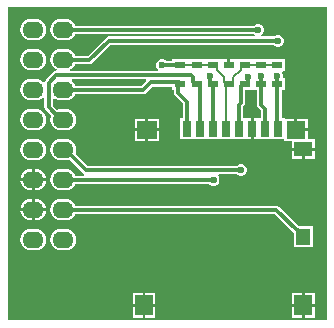
<source format=gtl>
G04*
G04 #@! TF.GenerationSoftware,Altium Limited,Altium Designer,23.5.1 (21)*
G04*
G04 Layer_Physical_Order=1*
G04 Layer_Color=255*
%FSLAX44Y44*%
%MOMM*%
G71*
G04*
G04 #@! TF.SameCoordinates,BAE598E1-DFF8-4769-8F25-E61B10B1D6D2*
G04*
G04*
G04 #@! TF.FilePolarity,Positive*
G04*
G01*
G75*
%ADD13R,1.5000X1.3000*%
%ADD14R,1.5000X1.7000*%
%ADD15R,1.2000X1.4000*%
%ADD16R,1.7000X1.5000*%
%ADD17R,1.6000X1.5000*%
%ADD18R,0.8000X1.4000*%
%ADD19R,0.9500X0.6000*%
%ADD28C,0.3000*%
%ADD29C,0.2000*%
%ADD30O,1.8000X1.4000*%
%ADD31C,0.6000*%
G36*
X272410Y2590D02*
X2590D01*
Y267410D01*
X272410D01*
Y2590D01*
D02*
G37*
%LPC*%
G36*
X26053Y257573D02*
X22053D01*
X19704Y257264D01*
X17514Y256357D01*
X15634Y254914D01*
X14192Y253034D01*
X13285Y250845D01*
X12975Y248496D01*
X13285Y246146D01*
X14192Y243957D01*
X15634Y242077D01*
X17514Y240634D01*
X19704Y239727D01*
X22053Y239418D01*
X26053D01*
X28403Y239727D01*
X30592Y240634D01*
X32472Y242077D01*
X33914Y243957D01*
X34821Y246146D01*
X35131Y248496D01*
X34821Y250845D01*
X33914Y253034D01*
X32472Y254914D01*
X30592Y256357D01*
X28403Y257264D01*
X26053Y257573D01*
D02*
G37*
G36*
X51453D02*
X47453D01*
X45104Y257264D01*
X42914Y256357D01*
X41034Y254914D01*
X39592Y253034D01*
X38685Y250845D01*
X38375Y248496D01*
X38685Y246146D01*
X39592Y243957D01*
X41034Y242077D01*
X42914Y240634D01*
X45104Y239727D01*
X47453Y239418D01*
X51453D01*
X53802Y239727D01*
X55992Y240634D01*
X57872Y242077D01*
X59314Y243957D01*
X59716Y244927D01*
X210753D01*
X211423Y244257D01*
X211829Y244089D01*
X211576Y242819D01*
X87750D01*
X86384Y242547D01*
X85227Y241773D01*
X70117Y226664D01*
X59716D01*
X59314Y227634D01*
X57872Y229514D01*
X55992Y230957D01*
X53802Y231864D01*
X51453Y232173D01*
X47453D01*
X45104Y231864D01*
X42914Y230957D01*
X41034Y229514D01*
X39592Y227634D01*
X38685Y225445D01*
X38375Y223095D01*
X38685Y220746D01*
X39592Y218557D01*
X41034Y216677D01*
X42914Y215234D01*
X43869Y214839D01*
X43616Y213569D01*
X43250D01*
X41884Y213297D01*
X40727Y212523D01*
X34430Y206226D01*
X33656Y205069D01*
X33591Y204742D01*
X33161Y204501D01*
X32211Y204314D01*
X30592Y205557D01*
X28403Y206464D01*
X26053Y206773D01*
X22053D01*
X19704Y206464D01*
X17514Y205557D01*
X15634Y204114D01*
X14192Y202234D01*
X13285Y200045D01*
X12975Y197696D01*
X13285Y195346D01*
X14192Y193157D01*
X15634Y191277D01*
X17514Y189834D01*
X19704Y188927D01*
X22053Y188618D01*
X26053D01*
X28403Y188927D01*
X30592Y189834D01*
X32115Y191002D01*
X33384Y190511D01*
Y182796D01*
X33656Y181430D01*
X34430Y180272D01*
X39087Y175615D01*
X38685Y174645D01*
X38375Y172295D01*
X38685Y169946D01*
X39592Y167757D01*
X41034Y165877D01*
X42914Y164434D01*
X45104Y163527D01*
X47453Y163218D01*
X51453D01*
X53802Y163527D01*
X55992Y164434D01*
X57872Y165877D01*
X59314Y167757D01*
X60221Y169946D01*
X60531Y172295D01*
X60221Y174645D01*
X59314Y176834D01*
X57872Y178714D01*
X55992Y180157D01*
X53802Y181064D01*
X51453Y181373D01*
X47453D01*
X45104Y181064D01*
X44133Y180662D01*
X40522Y184274D01*
Y190069D01*
X41792Y190695D01*
X42914Y189834D01*
X45104Y188927D01*
X47453Y188618D01*
X51453D01*
X53802Y188927D01*
X55992Y189834D01*
X57872Y191277D01*
X59314Y193157D01*
X59716Y194127D01*
X117196D01*
X118561Y194399D01*
X119719Y195172D01*
X124978Y200431D01*
X141750D01*
Y197500D01*
X143086D01*
Y195250D01*
X143358Y193884D01*
X144131Y192727D01*
X150681Y186176D01*
Y173750D01*
X148250D01*
Y155750D01*
X208000D01*
Y164750D01*
Y173750D01*
X201819D01*
Y183522D01*
X202523Y184227D01*
X203297Y185384D01*
X203569Y186750D01*
Y197500D01*
X208980D01*
X210000Y197500D01*
Y197500D01*
X210250D01*
Y197500D01*
X213431D01*
Y185001D01*
X213703Y183636D01*
X214477Y182478D01*
X216681Y180273D01*
Y173750D01*
X210500D01*
Y164750D01*
Y155750D01*
X236250D01*
Y154250D01*
X243250D01*
Y148500D01*
X252750D01*
X262250D01*
Y155750D01*
X256250D01*
Y162500D01*
X246250D01*
Y163750D01*
X245000D01*
Y173250D01*
X237250D01*
Y173750D01*
X234319D01*
Y197500D01*
X237500D01*
Y207500D01*
X236005D01*
X235500Y208256D01*
Y210245D01*
X234739Y212082D01*
X234591Y212230D01*
X235117Y213500D01*
X237500D01*
Y223500D01*
X224000D01*
Y223500D01*
X223750D01*
Y223500D01*
X210250D01*
Y223500D01*
X210000D01*
Y223500D01*
X197520D01*
X196500Y223500D01*
Y223500D01*
X196250D01*
Y223500D01*
X190750D01*
Y218500D01*
X188250D01*
Y223500D01*
X182750D01*
X182750Y223500D01*
X182710D01*
Y223500D01*
X181480Y223500D01*
X169210D01*
Y223500D01*
X169000D01*
Y223500D01*
X155500D01*
Y223500D01*
X155250D01*
Y223500D01*
X141750D01*
Y222069D01*
X136753D01*
X136082Y222739D01*
X134245Y223500D01*
X132255D01*
X130418Y222739D01*
X129011Y221332D01*
X128250Y219495D01*
Y217505D01*
X129011Y215668D01*
X129840Y214839D01*
X129314Y213569D01*
X55290D01*
X55037Y214839D01*
X55992Y215234D01*
X57872Y216677D01*
X59314Y218557D01*
X59716Y219527D01*
X71596D01*
X72961Y219799D01*
X74119Y220572D01*
X89228Y235681D01*
X227210D01*
X228418Y234474D01*
X230256Y233713D01*
X232245D01*
X234082Y234474D01*
X235489Y235881D01*
X236250Y237718D01*
Y239707D01*
X235489Y241545D01*
X234082Y242952D01*
X232245Y243713D01*
X230256D01*
X228418Y242952D01*
X228285Y242819D01*
X216934D01*
X216681Y244089D01*
X217087Y244257D01*
X218494Y245663D01*
X219255Y247501D01*
Y249490D01*
X218494Y251328D01*
X217087Y252734D01*
X215250Y253496D01*
X213260D01*
X211423Y252734D01*
X210753Y252064D01*
X59716D01*
X59314Y253034D01*
X57872Y254914D01*
X55992Y256357D01*
X53802Y257264D01*
X51453Y257573D01*
D02*
G37*
G36*
X26053Y232173D02*
X22053D01*
X19704Y231864D01*
X17514Y230957D01*
X15634Y229514D01*
X14192Y227634D01*
X13285Y225445D01*
X12975Y223095D01*
X13285Y220746D01*
X14192Y218557D01*
X15634Y216677D01*
X17514Y215234D01*
X19704Y214327D01*
X22053Y214018D01*
X26053D01*
X28403Y214327D01*
X30592Y215234D01*
X32472Y216677D01*
X33914Y218557D01*
X34821Y220746D01*
X35131Y223095D01*
X34821Y225445D01*
X33914Y227634D01*
X32472Y229514D01*
X30592Y230957D01*
X28403Y231864D01*
X26053Y232173D01*
D02*
G37*
G36*
X256250Y173250D02*
X247500D01*
Y165000D01*
X256250D01*
Y173250D01*
D02*
G37*
G36*
X130750D02*
X121500D01*
Y165000D01*
X130750D01*
Y173250D01*
D02*
G37*
G36*
X119000D02*
X109750D01*
Y165000D01*
X119000D01*
Y173250D01*
D02*
G37*
G36*
X26053Y181373D02*
X22053D01*
X19704Y181064D01*
X17514Y180157D01*
X15634Y178714D01*
X14192Y176834D01*
X13285Y174645D01*
X12975Y172295D01*
X13285Y169946D01*
X14192Y167757D01*
X15634Y165877D01*
X17514Y164434D01*
X19704Y163527D01*
X22053Y163218D01*
X26053D01*
X28403Y163527D01*
X30592Y164434D01*
X32472Y165877D01*
X33914Y167757D01*
X34821Y169946D01*
X35131Y172295D01*
X34821Y174645D01*
X33914Y176834D01*
X32472Y178714D01*
X30592Y180157D01*
X28403Y181064D01*
X26053Y181373D01*
D02*
G37*
G36*
X130750Y162500D02*
X121500D01*
Y154250D01*
X130750D01*
Y162500D01*
D02*
G37*
G36*
X119000D02*
X109750D01*
Y154250D01*
X119000D01*
Y162500D01*
D02*
G37*
G36*
X262250Y146000D02*
X254000D01*
Y138750D01*
X262250D01*
Y146000D01*
D02*
G37*
G36*
X251500D02*
X243250D01*
Y138750D01*
X251500D01*
Y146000D01*
D02*
G37*
G36*
X26053Y155973D02*
X22053D01*
X19704Y155664D01*
X17514Y154757D01*
X15634Y153314D01*
X14192Y151434D01*
X13285Y149245D01*
X12975Y146896D01*
X13285Y144546D01*
X14192Y142357D01*
X15634Y140477D01*
X17514Y139034D01*
X19704Y138127D01*
X22053Y137818D01*
X26053D01*
X28403Y138127D01*
X30592Y139034D01*
X32472Y140477D01*
X33914Y142357D01*
X34821Y144546D01*
X35131Y146896D01*
X34821Y149245D01*
X33914Y151434D01*
X32472Y153314D01*
X30592Y154757D01*
X28403Y155664D01*
X26053Y155973D01*
D02*
G37*
G36*
X51453D02*
X47453D01*
X45104Y155664D01*
X42914Y154757D01*
X41034Y153314D01*
X39592Y151434D01*
X38685Y149245D01*
X38375Y146896D01*
X38685Y144546D01*
X39592Y142357D01*
X41034Y140477D01*
X42914Y139034D01*
X45104Y138127D01*
X47453Y137818D01*
X51453D01*
X53802Y138127D01*
X54773Y138529D01*
X66325Y126977D01*
X67287Y126334D01*
X67225Y125483D01*
X67076Y125064D01*
X59716D01*
X59314Y126034D01*
X57872Y127914D01*
X55992Y129357D01*
X53802Y130264D01*
X51453Y130573D01*
X47453D01*
X45104Y130264D01*
X42914Y129357D01*
X41034Y127914D01*
X39592Y126034D01*
X38685Y123845D01*
X38375Y121496D01*
X38685Y119146D01*
X39592Y116957D01*
X41034Y115077D01*
X42914Y113634D01*
X45104Y112727D01*
X47453Y112418D01*
X51453D01*
X53802Y112727D01*
X55992Y113634D01*
X57872Y115077D01*
X59314Y116957D01*
X59716Y117927D01*
X173128D01*
X173798Y117257D01*
X175636Y116496D01*
X177625D01*
X179462Y117257D01*
X180869Y118663D01*
X181630Y120501D01*
Y122490D01*
X180869Y124328D01*
X180535Y124661D01*
X181061Y125931D01*
X196497D01*
X197168Y125261D01*
X199005Y124500D01*
X200994D01*
X202832Y125261D01*
X204239Y126668D01*
X205000Y128505D01*
Y130495D01*
X204239Y132332D01*
X202832Y133739D01*
X200994Y134500D01*
X199005D01*
X197168Y133739D01*
X196497Y133069D01*
X70327D01*
X59819Y143576D01*
X60221Y144546D01*
X60531Y146896D01*
X60221Y149245D01*
X59314Y151434D01*
X57872Y153314D01*
X55992Y154757D01*
X53802Y155664D01*
X51453Y155973D01*
D02*
G37*
G36*
X26053Y130573D02*
X25303D01*
Y122746D01*
X34966D01*
X34821Y123845D01*
X33914Y126034D01*
X32472Y127914D01*
X30592Y129357D01*
X28403Y130264D01*
X26053Y130573D01*
D02*
G37*
G36*
X22803D02*
X22053D01*
X19704Y130264D01*
X17514Y129357D01*
X15634Y127914D01*
X14192Y126034D01*
X13285Y123845D01*
X13140Y122746D01*
X22803D01*
Y130573D01*
D02*
G37*
G36*
X34966Y120246D02*
X25303D01*
Y112418D01*
X26053D01*
X28403Y112727D01*
X30592Y113634D01*
X32472Y115077D01*
X33914Y116957D01*
X34821Y119146D01*
X34966Y120246D01*
D02*
G37*
G36*
X22803D02*
X13140D01*
X13285Y119146D01*
X14192Y116957D01*
X15634Y115077D01*
X17514Y113634D01*
X19704Y112727D01*
X22053Y112418D01*
X22803D01*
Y120246D01*
D02*
G37*
G36*
X26053Y105173D02*
X25303D01*
Y97346D01*
X34966D01*
X34821Y98445D01*
X33914Y100634D01*
X32472Y102514D01*
X30592Y103957D01*
X28403Y104864D01*
X26053Y105173D01*
D02*
G37*
G36*
X22803D02*
X22053D01*
X19704Y104864D01*
X17514Y103957D01*
X15634Y102514D01*
X14192Y100634D01*
X13285Y98445D01*
X13140Y97346D01*
X22803D01*
Y105173D01*
D02*
G37*
G36*
X34966Y94846D02*
X25303D01*
Y87018D01*
X26053D01*
X28403Y87327D01*
X30592Y88234D01*
X32472Y89677D01*
X33914Y91557D01*
X34821Y93746D01*
X34966Y94846D01*
D02*
G37*
G36*
X22803D02*
X13140D01*
X13285Y93746D01*
X14192Y91557D01*
X15634Y89677D01*
X17514Y88234D01*
X19704Y87327D01*
X22053Y87018D01*
X22803D01*
Y94846D01*
D02*
G37*
G36*
X51453Y105173D02*
X47453D01*
X45104Y104864D01*
X42914Y103957D01*
X41034Y102514D01*
X39592Y100634D01*
X38685Y98445D01*
X38375Y96096D01*
X38685Y93746D01*
X39592Y91557D01*
X41034Y89677D01*
X42914Y88234D01*
X45104Y87327D01*
X47453Y87018D01*
X51453D01*
X53802Y87327D01*
X55992Y88234D01*
X57872Y89677D01*
X59314Y91557D01*
X59716Y92527D01*
X228426D01*
X244727Y76227D01*
X244750Y76211D01*
Y64250D01*
X260750D01*
Y82250D01*
X248797D01*
X232428Y98619D01*
X231270Y99392D01*
X229904Y99664D01*
X59716D01*
X59314Y100634D01*
X57872Y102514D01*
X55992Y103957D01*
X53802Y104864D01*
X51453Y105173D01*
D02*
G37*
G36*
Y79773D02*
X47453D01*
X45104Y79464D01*
X42914Y78557D01*
X41034Y77114D01*
X39592Y75234D01*
X38685Y73045D01*
X38375Y70696D01*
X38685Y68346D01*
X39592Y66157D01*
X41034Y64277D01*
X42914Y62834D01*
X45104Y61927D01*
X47453Y61618D01*
X51453D01*
X53802Y61927D01*
X55992Y62834D01*
X57872Y64277D01*
X59314Y66157D01*
X60221Y68346D01*
X60531Y70696D01*
X60221Y73045D01*
X59314Y75234D01*
X57872Y77114D01*
X55992Y78557D01*
X53802Y79464D01*
X51453Y79773D01*
D02*
G37*
G36*
X26053D02*
X22053D01*
X19704Y79464D01*
X17514Y78557D01*
X15634Y77114D01*
X14192Y75234D01*
X13285Y73045D01*
X12975Y70696D01*
X13285Y68346D01*
X14192Y66157D01*
X15634Y64277D01*
X17514Y62834D01*
X19704Y61927D01*
X22053Y61618D01*
X26053D01*
X28403Y61927D01*
X30592Y62834D01*
X32472Y64277D01*
X33914Y66157D01*
X34821Y68346D01*
X35131Y70696D01*
X34821Y73045D01*
X33914Y75234D01*
X32472Y77114D01*
X30592Y78557D01*
X28403Y79464D01*
X26053Y79773D01*
D02*
G37*
G36*
X127250Y25750D02*
X119000D01*
Y16500D01*
X127250D01*
Y25750D01*
D02*
G37*
G36*
X262250D02*
X254000D01*
Y16500D01*
X262250D01*
Y25750D01*
D02*
G37*
G36*
X251500D02*
X243250D01*
Y16500D01*
X251500D01*
Y25750D01*
D02*
G37*
G36*
X116500D02*
X108250D01*
Y16500D01*
X116500D01*
Y25750D01*
D02*
G37*
G36*
X262250Y14000D02*
X254000D01*
Y4750D01*
X262250D01*
Y14000D01*
D02*
G37*
G36*
X251500D02*
X243250D01*
Y4750D01*
X251500D01*
Y14000D01*
D02*
G37*
G36*
X127250D02*
X119000D01*
Y4750D01*
X127250D01*
Y14000D01*
D02*
G37*
G36*
X116500D02*
X108250D01*
Y4750D01*
X116500D01*
Y14000D01*
D02*
G37*
%LPD*%
G36*
X119711Y205258D02*
X115717Y201264D01*
X59716D01*
X59314Y202234D01*
X57872Y204114D01*
X56507Y205161D01*
X56939Y206431D01*
X119225D01*
X119711Y205258D01*
D02*
G37*
D13*
X252750Y147250D02*
D03*
D14*
X117750Y15250D02*
D03*
X252750D02*
D03*
D15*
Y73250D02*
D03*
D16*
X120250Y163750D02*
D03*
D17*
X246250D02*
D03*
D18*
X154250Y164750D02*
D03*
X165250D02*
D03*
X176250D02*
D03*
X187250D02*
D03*
X198250D02*
D03*
X209250D02*
D03*
X220250D02*
D03*
X231250D02*
D03*
D19*
X230750Y202500D02*
D03*
Y218500D02*
D03*
X148500Y202500D02*
D03*
Y218500D02*
D03*
X162250Y202500D02*
D03*
Y218500D02*
D03*
X175960Y202500D02*
D03*
Y218500D02*
D03*
X189500D02*
D03*
Y202500D02*
D03*
X217000D02*
D03*
Y218500D02*
D03*
X203250D02*
D03*
Y202500D02*
D03*
D28*
X133250Y218500D02*
X148500D01*
X43250Y210000D02*
X157748D01*
X36953Y203703D02*
X43250Y210000D01*
X159505Y204000D02*
Y208243D01*
X157748Y210000D02*
X159505Y208243D01*
X161005Y202500D02*
X162250D01*
X159505Y204000D02*
X161005Y202500D01*
X162250D02*
X163750D01*
X147000Y204000D02*
X148500Y202500D01*
X117196Y197696D02*
X123500Y204000D01*
X147000D01*
X47453Y172295D02*
X49453D01*
X36953Y182796D02*
X47453Y172295D01*
X36953Y182796D02*
Y203703D01*
X201500Y202500D02*
X204538D01*
X206038Y204000D01*
Y208897D01*
X49453Y96096D02*
X229904D01*
X252750Y73250D02*
Y74250D01*
X248250Y78750D02*
X252750Y74250D01*
X247250Y78750D02*
X248250D01*
X229904Y96096D02*
X247250Y78750D01*
X49453Y197696D02*
X117196D01*
X175421Y202210D02*
X176250D01*
X173631Y204000D02*
X175421Y202210D01*
X173631Y204000D02*
Y209250D01*
X49453Y146896D02*
X51453D01*
X68849Y129500D01*
X200000D01*
X49453Y121496D02*
X176630D01*
X146655Y201000D02*
X148154Y202500D01*
X146655Y195250D02*
Y201000D01*
Y195250D02*
X154250Y187654D01*
Y170750D02*
Y187654D01*
X165250Y170750D02*
Y201000D01*
X163750Y202500D02*
X165250Y201000D01*
X176250Y170750D02*
Y202210D01*
X198250Y170750D02*
Y185000D01*
X200000Y186750D01*
Y201000D01*
X201500Y202500D01*
X230500Y202750D02*
X230750Y202500D01*
X230500Y202750D02*
Y209250D01*
X230750Y238713D02*
X231250D01*
X87750Y239250D02*
X230213D01*
X230750Y238713D01*
X49453Y223095D02*
X71596D01*
X87750Y239250D01*
X230750Y171250D02*
X231250Y170750D01*
X230750Y171250D02*
Y202500D01*
X220250Y170750D02*
Y181751D01*
X217000Y185001D02*
Y202500D01*
Y185001D02*
X220250Y181751D01*
X217000Y202500D02*
X217000Y202500D01*
X217000Y202500D02*
Y209250D01*
X49453Y248496D02*
X214255D01*
D29*
X201500Y218500D02*
X203250D01*
X199500Y216500D02*
X201500Y218500D01*
X199500Y214750D02*
Y216500D01*
X193250Y208500D02*
X199500Y214750D01*
X193250Y204500D02*
Y208500D01*
X191250Y202500D02*
X193250Y204500D01*
X189500Y202500D02*
X191250D01*
X162250Y218500D02*
X175960D01*
X148500D02*
X162250D01*
X217000D02*
X230750D01*
X203250D02*
X217000D01*
X177710D02*
X179710Y216500D01*
Y214540D02*
Y216500D01*
Y214540D02*
X185750Y208500D01*
X175960Y218500D02*
X177710D01*
X185750Y204500D02*
Y208500D01*
Y204500D02*
X187750Y202500D01*
X189250D01*
X187250Y170750D02*
Y200500D01*
X189250Y202500D01*
D30*
X24053Y70696D02*
D03*
Y96096D02*
D03*
Y121496D02*
D03*
Y146896D02*
D03*
Y172295D02*
D03*
Y197696D02*
D03*
Y223095D02*
D03*
Y248496D02*
D03*
X49453Y70696D02*
D03*
Y96096D02*
D03*
Y121496D02*
D03*
Y146896D02*
D03*
Y172295D02*
D03*
Y197696D02*
D03*
Y223095D02*
D03*
Y248496D02*
D03*
D31*
X133250Y218500D02*
D03*
X206038Y208897D02*
D03*
X173631Y209250D02*
D03*
X200000Y129500D02*
D03*
X176630Y121496D02*
D03*
X230500Y209250D02*
D03*
X231250Y238713D02*
D03*
X217000Y209250D02*
D03*
X214255Y248496D02*
D03*
M02*

</source>
